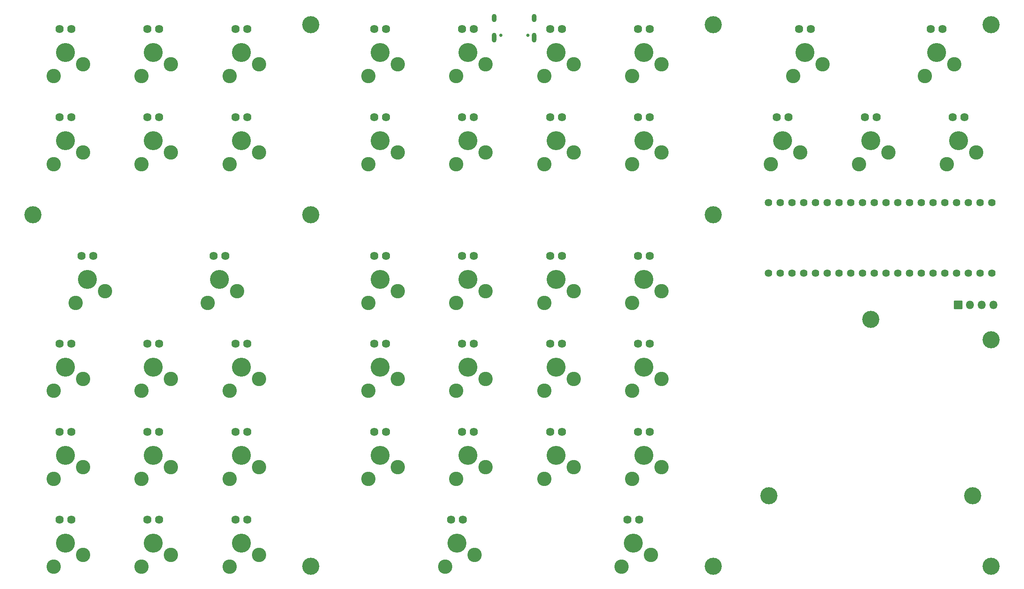
<source format=gts>
G04 #@! TF.GenerationSoftware,KiCad,Pcbnew,(6.0.7)*
G04 #@! TF.CreationDate,2023-02-05T05:30:46+01:00*
G04 #@! TF.ProjectId,DaVinciKbd,44615669-6e63-4694-9b62-642e6b696361,rev?*
G04 #@! TF.SameCoordinates,Original*
G04 #@! TF.FileFunction,Soldermask,Top*
G04 #@! TF.FilePolarity,Negative*
%FSLAX46Y46*%
G04 Gerber Fmt 4.6, Leading zero omitted, Abs format (unit mm)*
G04 Created by KiCad (PCBNEW (6.0.7)) date 2023-02-05 05:30:46*
%MOMM*%
%LPD*%
G01*
G04 APERTURE LIST*
G04 Aperture macros list*
%AMRoundRect*
0 Rectangle with rounded corners*
0 $1 Rounding radius*
0 $2 $3 $4 $5 $6 $7 $8 $9 X,Y pos of 4 corners*
0 Add a 4 corners polygon primitive as box body*
4,1,4,$2,$3,$4,$5,$6,$7,$8,$9,$2,$3,0*
0 Add four circle primitives for the rounded corners*
1,1,$1+$1,$2,$3*
1,1,$1+$1,$4,$5*
1,1,$1+$1,$6,$7*
1,1,$1+$1,$8,$9*
0 Add four rect primitives between the rounded corners*
20,1,$1+$1,$2,$3,$4,$5,0*
20,1,$1+$1,$4,$5,$6,$7,0*
20,1,$1+$1,$6,$7,$8,$9,0*
20,1,$1+$1,$8,$9,$2,$3,0*%
G04 Aperture macros list end*
%ADD10C,3.102000*%
%ADD11C,4.102000*%
%ADD12C,1.792600*%
%ADD13C,3.702000*%
%ADD14RoundRect,0.051000X-0.850000X0.850000X-0.850000X-0.850000X0.850000X-0.850000X0.850000X0.850000X0*%
%ADD15O,1.802000X1.802000*%
%ADD16C,1.626000*%
%ADD17C,0.702000*%
%ADD18O,1.002000X1.802000*%
%ADD19O,1.002000X2.102000*%
G04 APERTURE END LIST*
D10*
X37810000Y-49540000D03*
D11*
X34000000Y-47000000D03*
D10*
X31460000Y-52080000D03*
D12*
X35270000Y-41920000D03*
X32730000Y-41920000D03*
D10*
X31460000Y-71080000D03*
D11*
X34000000Y-66000000D03*
D10*
X37810000Y-68540000D03*
D12*
X35270000Y-60920000D03*
X32730000Y-60920000D03*
D10*
X37810000Y-117540000D03*
D11*
X34000000Y-115000000D03*
D10*
X31460000Y-120080000D03*
D12*
X35270000Y-109920000D03*
X32730000Y-109920000D03*
D11*
X34000000Y-134000000D03*
D10*
X37810000Y-136540000D03*
X31460000Y-139080000D03*
D12*
X35270000Y-128920000D03*
X32730000Y-128920000D03*
D10*
X37810000Y-155540000D03*
D11*
X34000000Y-153000000D03*
D10*
X31460000Y-158080000D03*
D12*
X35270000Y-147920000D03*
X32730000Y-147920000D03*
D10*
X56810000Y-49540000D03*
D11*
X53000000Y-47000000D03*
D10*
X50460000Y-52080000D03*
D12*
X54270000Y-41920000D03*
X51730000Y-41920000D03*
D10*
X50460000Y-71080000D03*
D11*
X53000000Y-66000000D03*
D10*
X56810000Y-68540000D03*
D12*
X54270000Y-60920000D03*
X51730000Y-60920000D03*
D10*
X56810000Y-117540000D03*
D11*
X53000000Y-115000000D03*
D10*
X50460000Y-120080000D03*
D12*
X54270000Y-109920000D03*
X51730000Y-109920000D03*
D10*
X56810000Y-136540000D03*
D11*
X53000000Y-134000000D03*
D10*
X50460000Y-139080000D03*
D12*
X54270000Y-128920000D03*
X51730000Y-128920000D03*
D10*
X50460000Y-158080000D03*
X56810000Y-155540000D03*
D11*
X53000000Y-153000000D03*
D12*
X54270000Y-147920000D03*
X51730000Y-147920000D03*
D10*
X75810000Y-49540000D03*
X69460000Y-52080000D03*
D11*
X72000000Y-47000000D03*
D12*
X73270000Y-41920000D03*
X70730000Y-41920000D03*
D10*
X75810000Y-68540000D03*
X69460000Y-71080000D03*
D11*
X72000000Y-66000000D03*
D12*
X73270000Y-60920000D03*
X70730000Y-60920000D03*
D11*
X72000000Y-115000000D03*
D10*
X69460000Y-120080000D03*
X75810000Y-117540000D03*
D12*
X73270000Y-109920000D03*
X70730000Y-109920000D03*
D10*
X75810000Y-136540000D03*
X69460000Y-139080000D03*
D11*
X72000000Y-134000000D03*
D12*
X73270000Y-128920000D03*
X70730000Y-128920000D03*
D10*
X75810000Y-155540000D03*
D11*
X72000000Y-153000000D03*
D10*
X69460000Y-158080000D03*
D12*
X73270000Y-147920000D03*
X70730000Y-147920000D03*
D11*
X193750000Y-47000000D03*
D10*
X197560000Y-49540000D03*
X191210000Y-52080000D03*
D12*
X195020000Y-41920000D03*
X192480000Y-41920000D03*
D10*
X186460000Y-71080000D03*
X192810000Y-68540000D03*
D11*
X189000000Y-66000000D03*
D12*
X190270000Y-60920000D03*
X187730000Y-60920000D03*
D10*
X205460000Y-71080000D03*
X211810000Y-68540000D03*
D11*
X208000000Y-66000000D03*
D12*
X209270000Y-60920000D03*
X206730000Y-60920000D03*
D10*
X230810000Y-68540000D03*
X224460000Y-71080000D03*
D11*
X227000000Y-66000000D03*
D12*
X228270000Y-60920000D03*
X225730000Y-60920000D03*
D11*
X38750000Y-96000000D03*
D10*
X36210000Y-101080000D03*
X42560000Y-98540000D03*
D12*
X40020000Y-90920000D03*
X37480000Y-90920000D03*
D10*
X99460000Y-71080000D03*
D11*
X102000000Y-66000000D03*
D10*
X105810000Y-68540000D03*
D12*
X103270000Y-60920000D03*
X100730000Y-60920000D03*
D10*
X137460000Y-52080000D03*
D11*
X140000000Y-47000000D03*
D10*
X143810000Y-49540000D03*
D12*
X141270000Y-41920000D03*
X138730000Y-41920000D03*
D11*
X121000000Y-66000000D03*
D10*
X124810000Y-68540000D03*
X118460000Y-71080000D03*
D12*
X122270000Y-60920000D03*
X119730000Y-60920000D03*
D10*
X99460000Y-52080000D03*
D11*
X102000000Y-47000000D03*
D10*
X105810000Y-49540000D03*
D12*
X103270000Y-41920000D03*
X100730000Y-41920000D03*
D10*
X143810000Y-68540000D03*
X137460000Y-71080000D03*
D11*
X140000000Y-66000000D03*
D12*
X141270000Y-60920000D03*
X138730000Y-60920000D03*
D10*
X118460000Y-52080000D03*
D11*
X121000000Y-47000000D03*
D10*
X124810000Y-49540000D03*
D12*
X122270000Y-41920000D03*
X119730000Y-41920000D03*
D10*
X156460000Y-71080000D03*
X162810000Y-68540000D03*
D11*
X159000000Y-66000000D03*
D12*
X160270000Y-60920000D03*
X157730000Y-60920000D03*
D10*
X156460000Y-52080000D03*
X162810000Y-49540000D03*
D11*
X159000000Y-47000000D03*
D12*
X160270000Y-41920000D03*
X157730000Y-41920000D03*
D10*
X160510000Y-155540000D03*
D11*
X156700000Y-153000000D03*
D10*
X154160000Y-158080000D03*
D12*
X157970000Y-147920000D03*
X155430000Y-147920000D03*
D11*
X159000000Y-134000000D03*
D10*
X162810000Y-136540000D03*
X156460000Y-139080000D03*
D12*
X160270000Y-128920000D03*
X157730000Y-128920000D03*
D10*
X156460000Y-101080000D03*
X162810000Y-98540000D03*
D11*
X159000000Y-96000000D03*
D12*
X160270000Y-90920000D03*
X157730000Y-90920000D03*
D11*
X140000000Y-134000000D03*
D10*
X143810000Y-136540000D03*
X137460000Y-139080000D03*
D12*
X141270000Y-128920000D03*
X138730000Y-128920000D03*
D10*
X137460000Y-120080000D03*
D11*
X140000000Y-115000000D03*
D10*
X143810000Y-117540000D03*
D12*
X141270000Y-109920000D03*
X138730000Y-109920000D03*
D11*
X121000000Y-115000000D03*
D10*
X124810000Y-117540000D03*
X118460000Y-120080000D03*
D12*
X122270000Y-109920000D03*
X119730000Y-109920000D03*
D10*
X99460000Y-120080000D03*
D11*
X102000000Y-115000000D03*
D10*
X105810000Y-117540000D03*
D12*
X103270000Y-109920000D03*
X100730000Y-109920000D03*
D10*
X137460000Y-101080000D03*
D11*
X140000000Y-96000000D03*
D10*
X143810000Y-98540000D03*
D12*
X141270000Y-90920000D03*
X138730000Y-90920000D03*
D10*
X122410000Y-155540000D03*
D11*
X118600000Y-153000000D03*
D10*
X116060000Y-158080000D03*
D12*
X119870000Y-147920000D03*
X117330000Y-147920000D03*
D11*
X159000000Y-115000000D03*
D10*
X156460000Y-120080000D03*
X162810000Y-117540000D03*
D12*
X160270000Y-109920000D03*
X157730000Y-109920000D03*
D10*
X118460000Y-139080000D03*
X124810000Y-136540000D03*
D11*
X121000000Y-134000000D03*
D12*
X122270000Y-128920000D03*
X119730000Y-128920000D03*
D10*
X99460000Y-139080000D03*
X105810000Y-136540000D03*
D11*
X102000000Y-134000000D03*
D12*
X103270000Y-128920000D03*
X100730000Y-128920000D03*
D10*
X118460000Y-101080000D03*
X124810000Y-98540000D03*
D11*
X121000000Y-96000000D03*
D12*
X122270000Y-90920000D03*
X119730000Y-90920000D03*
D13*
X186000000Y-142700000D03*
X230000000Y-142700000D03*
X208000000Y-104600000D03*
X87000000Y-41000000D03*
X174000000Y-41000000D03*
X234000000Y-41000000D03*
X234000000Y-109000000D03*
X234000000Y-158000000D03*
X174000000Y-158000000D03*
X174000000Y-82000000D03*
X87000000Y-158000000D03*
X27000000Y-82000000D03*
X87000000Y-82000000D03*
D10*
X226060000Y-49540000D03*
D11*
X222250000Y-47000000D03*
D10*
X219710000Y-52080000D03*
D12*
X223520000Y-41920000D03*
X220980000Y-41920000D03*
D10*
X71110000Y-98540000D03*
X64760000Y-101080000D03*
D11*
X67300000Y-96000000D03*
D12*
X68570000Y-90920000D03*
X66030000Y-90920000D03*
D10*
X105810000Y-98540000D03*
D11*
X102000000Y-96000000D03*
D10*
X99460000Y-101080000D03*
D12*
X103270000Y-90920000D03*
X100730000Y-90920000D03*
D14*
X226920000Y-101500000D03*
D15*
X229460000Y-101500000D03*
X232000000Y-101500000D03*
X234540000Y-101500000D03*
D16*
X229050000Y-79380000D03*
X185870000Y-94620000D03*
X190950000Y-94620000D03*
X188410000Y-94620000D03*
X234130000Y-79380000D03*
X231590000Y-79380000D03*
X226510000Y-79380000D03*
X196030000Y-79380000D03*
X198570000Y-79380000D03*
X201110000Y-79380000D03*
X203650000Y-79380000D03*
X206190000Y-79380000D03*
X208730000Y-79380000D03*
X211270000Y-79380000D03*
X213810000Y-79380000D03*
X223970000Y-94620000D03*
X221430000Y-94620000D03*
X218890000Y-94620000D03*
X216350000Y-94620000D03*
X213810000Y-94620000D03*
X211270000Y-94620000D03*
X216350000Y-79380000D03*
X218890000Y-79380000D03*
X208730000Y-94620000D03*
X206190000Y-94620000D03*
X203650000Y-94620000D03*
X201110000Y-94620000D03*
X198570000Y-94620000D03*
X196030000Y-94620000D03*
X193490000Y-94620000D03*
X221430000Y-79380000D03*
X223970000Y-79380000D03*
X234130000Y-94620000D03*
X231590000Y-94620000D03*
X229050000Y-94620000D03*
X226510000Y-94620000D03*
X188410000Y-79380000D03*
X190950000Y-79380000D03*
X193490000Y-79380000D03*
X185870000Y-79380000D03*
D17*
X133890000Y-43250000D03*
X128110000Y-43250000D03*
D18*
X126680000Y-39560000D03*
X135320000Y-39560000D03*
D19*
X126680000Y-43730000D03*
X135320000Y-43730000D03*
M02*

</source>
